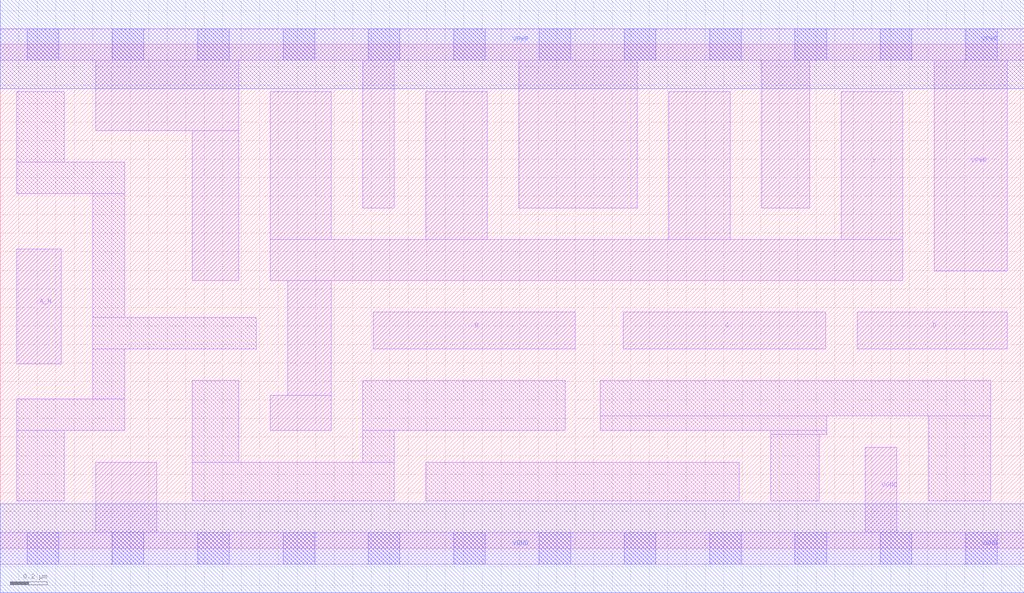
<source format=lef>
# Copyright 2020 The SkyWater PDK Authors
#
# Licensed under the Apache License, Version 2.0 (the "License");
# you may not use this file except in compliance with the License.
# You may obtain a copy of the License at
#
#     https://www.apache.org/licenses/LICENSE-2.0
#
# Unless required by applicable law or agreed to in writing, software
# distributed under the License is distributed on an "AS IS" BASIS,
# WITHOUT WARRANTIES OR CONDITIONS OF ANY KIND, either express or implied.
# See the License for the specific language governing permissions and
# limitations under the License.
#
# SPDX-License-Identifier: Apache-2.0

VERSION 5.7 ;
  NAMESCASESENSITIVE ON ;
  NOWIREEXTENSIONATPIN ON ;
  DIVIDERCHAR "/" ;
  BUSBITCHARS "[]" ;
UNITS
  DATABASE MICRONS 200 ;
END UNITS
MACRO sky130_fd_sc_hd__nand4b_2
  CLASS CORE ;
  SOURCE USER ;
  FOREIGN sky130_fd_sc_hd__nand4b_2 ;
  ORIGIN  0.000000  0.000000 ;
  SIZE  5.520000 BY  2.720000 ;
  SYMMETRY X Y R90 ;
  SITE unithd ;
  PIN A_N
    ANTENNAGATEAREA  0.126000 ;
    DIRECTION INPUT ;
    USE SIGNAL ;
    PORT
      LAYER li1 ;
        RECT 0.090000 0.995000 0.330000 1.615000 ;
    END
  END A_N
  PIN B
    ANTENNAGATEAREA  0.495000 ;
    DIRECTION INPUT ;
    USE SIGNAL ;
    PORT
      LAYER li1 ;
        RECT 2.010000 1.075000 3.100000 1.275000 ;
    END
  END B
  PIN C
    ANTENNAGATEAREA  0.495000 ;
    DIRECTION INPUT ;
    USE SIGNAL ;
    PORT
      LAYER li1 ;
        RECT 3.360000 1.075000 4.450000 1.275000 ;
    END
  END C
  PIN D
    ANTENNAGATEAREA  0.495000 ;
    DIRECTION INPUT ;
    USE SIGNAL ;
    PORT
      LAYER li1 ;
        RECT 4.620000 1.075000 5.430000 1.275000 ;
    END
  END D
  PIN Y
    ANTENNADIFFAREA  1.255500 ;
    DIRECTION OUTPUT ;
    USE SIGNAL ;
    PORT
      LAYER li1 ;
        RECT 1.455000 0.635000 1.785000 0.825000 ;
        RECT 1.455000 1.445000 4.865000 1.665000 ;
        RECT 1.455000 1.665000 1.785000 2.465000 ;
        RECT 1.550000 0.825000 1.785000 1.445000 ;
        RECT 2.295000 1.665000 2.625000 2.465000 ;
        RECT 3.605000 1.665000 3.935000 2.465000 ;
        RECT 4.535000 1.665000 4.865000 2.465000 ;
    END
  END Y
  PIN VGND
    DIRECTION INOUT ;
    SHAPE ABUTMENT ;
    USE GROUND ;
    PORT
      LAYER li1 ;
        RECT 0.000000 -0.085000 5.520000 0.085000 ;
        RECT 0.515000  0.085000 0.845000 0.465000 ;
        RECT 4.665000  0.085000 4.835000 0.545000 ;
      LAYER mcon ;
        RECT 0.145000 -0.085000 0.315000 0.085000 ;
        RECT 0.605000 -0.085000 0.775000 0.085000 ;
        RECT 1.065000 -0.085000 1.235000 0.085000 ;
        RECT 1.525000 -0.085000 1.695000 0.085000 ;
        RECT 1.985000 -0.085000 2.155000 0.085000 ;
        RECT 2.445000 -0.085000 2.615000 0.085000 ;
        RECT 2.905000 -0.085000 3.075000 0.085000 ;
        RECT 3.365000 -0.085000 3.535000 0.085000 ;
        RECT 3.825000 -0.085000 3.995000 0.085000 ;
        RECT 4.285000 -0.085000 4.455000 0.085000 ;
        RECT 4.745000 -0.085000 4.915000 0.085000 ;
        RECT 5.205000 -0.085000 5.375000 0.085000 ;
      LAYER met1 ;
        RECT 0.000000 -0.240000 5.520000 0.240000 ;
    END
  END VGND
  PIN VPWR
    DIRECTION INOUT ;
    SHAPE ABUTMENT ;
    USE POWER ;
    PORT
      LAYER li1 ;
        RECT 0.000000 2.635000 5.520000 2.805000 ;
        RECT 0.515000 2.255000 1.285000 2.635000 ;
        RECT 1.035000 1.445000 1.285000 2.255000 ;
        RECT 1.955000 1.835000 2.125000 2.635000 ;
        RECT 2.795000 1.835000 3.435000 2.635000 ;
        RECT 4.105000 1.835000 4.365000 2.635000 ;
        RECT 5.035000 1.495000 5.430000 2.635000 ;
      LAYER mcon ;
        RECT 0.145000 2.635000 0.315000 2.805000 ;
        RECT 0.605000 2.635000 0.775000 2.805000 ;
        RECT 1.065000 2.635000 1.235000 2.805000 ;
        RECT 1.525000 2.635000 1.695000 2.805000 ;
        RECT 1.985000 2.635000 2.155000 2.805000 ;
        RECT 2.445000 2.635000 2.615000 2.805000 ;
        RECT 2.905000 2.635000 3.075000 2.805000 ;
        RECT 3.365000 2.635000 3.535000 2.805000 ;
        RECT 3.825000 2.635000 3.995000 2.805000 ;
        RECT 4.285000 2.635000 4.455000 2.805000 ;
        RECT 4.745000 2.635000 4.915000 2.805000 ;
        RECT 5.205000 2.635000 5.375000 2.805000 ;
      LAYER met1 ;
        RECT 0.000000 2.480000 5.520000 2.960000 ;
    END
  END VPWR
  OBS
    LAYER li1 ;
      RECT 0.090000 0.255000 0.345000 0.635000 ;
      RECT 0.090000 0.635000 0.670000 0.805000 ;
      RECT 0.090000 1.915000 0.670000 2.085000 ;
      RECT 0.090000 2.085000 0.345000 2.465000 ;
      RECT 0.500000 0.805000 0.670000 1.075000 ;
      RECT 0.500000 1.075000 1.380000 1.245000 ;
      RECT 0.500000 1.245000 0.670000 1.915000 ;
      RECT 1.035000 0.255000 2.125000 0.465000 ;
      RECT 1.035000 0.465000 1.285000 0.905000 ;
      RECT 1.955000 0.465000 2.125000 0.635000 ;
      RECT 1.955000 0.635000 3.045000 0.905000 ;
      RECT 2.295000 0.255000 3.985000 0.465000 ;
      RECT 3.235000 0.635000 4.455000 0.715000 ;
      RECT 3.235000 0.715000 5.340000 0.905000 ;
      RECT 4.155000 0.255000 4.415000 0.615000 ;
      RECT 4.155000 0.615000 4.455000 0.635000 ;
      RECT 5.005000 0.255000 5.340000 0.715000 ;
  END
END sky130_fd_sc_hd__nand4b_2
END LIBRARY

</source>
